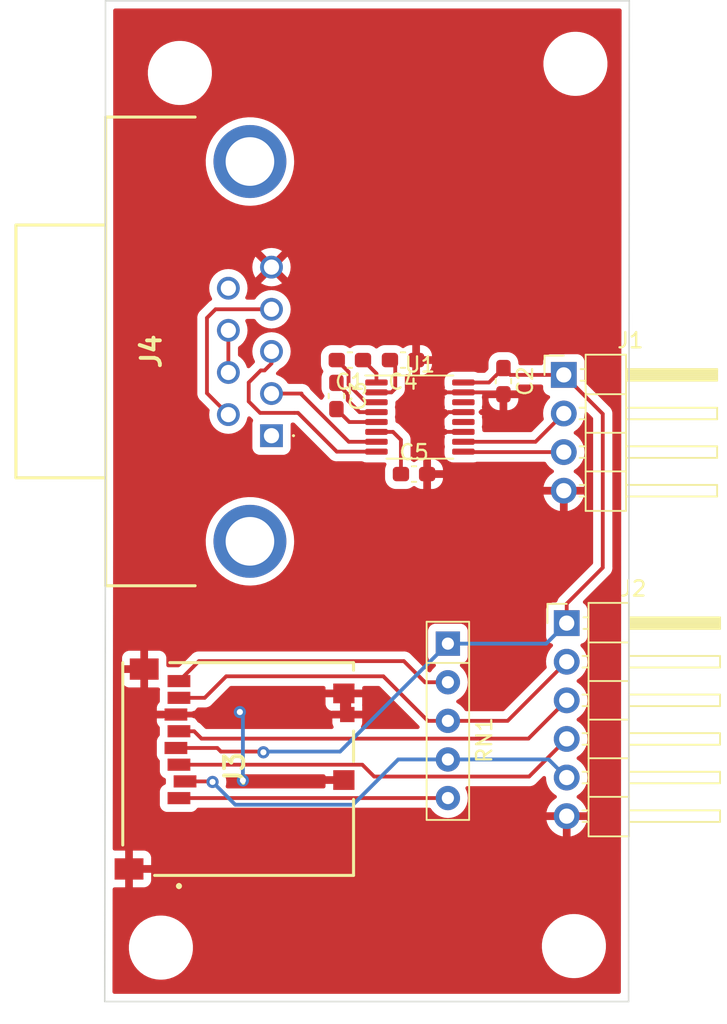
<source format=kicad_pcb>
(kicad_pcb (version 20211014) (generator pcbnew)
  (layers (0 "F.Cu" signal) (31 "B.Cu" signal) (34 "B.Paste" user) (35 "F.Paste" user) (36 "B.SilkS" user "B.Silkscreen") (37 "F.SilkS" user "F.Silkscreen") (38 "B.Mask" user) (39 "F.Mask" user) (44 "Edge.Cuts" user))
  (net 0 "")
  (net 1 "Net-(C1-Pad1)")
  (net 2 "Net-(C1-Pad2)")
  (net 3 "+3.3V")
  (net 4 "GND")
  (net 5 "Net-(C3-Pad1)")
  (net 6 "Net-(C3-Pad2)")
  (net 7 "Net-(C4-Pad2)")
  (net 8 "Net-(C5-Pad1)")
  (net 9 "TXD")
  (net 10 "RXD")
  (net 11 "SPI_MOSI")
  (net 12 "SPI_MISO")
  (net 13 "SPI_CLK")
  (net 14 "SD_CS")
  (net 15 "Net-(J3-PadP8)")
  (net 17 "Net-(J4-Pad2)")
  (net 18 "Net-(J4-Pad3)")
  (net 19 "Net-(J4-Pad4)")
  (net 20 "Net-(J4-Pad7)")
  (net 24 "Net-(RN1-Pad5)")
  (footprint "MountingHole:MountingHole_3.2mm_M3" (layer "F.Cu") (at 124.65 93)
    (fp_text reference "REF**" hide)
    (fp_text value "MountingHole_3.2mm_M3")
    (pad "" np_thru_hole circle (at 0 0) (size 3.2 3.2) (drill 3.2) (layers *.Cu *.Mask))
  )
  (footprint "Resistor_THT:R_Array_SIP5" (layer "F.Cu") (at 143.55 73 -90)
    (fp_text reference "RN1" (at 6.35 -2.4 90) (layer "F.SilkS"))
    (fp_text value "R_Network04")
    (fp_line (start -1.44 -1.4) (end -1.44 1.4) (layer "F.SilkS") (width 0.12))
    (fp_line (start 1.27 -1.4) (end 1.27 1.4) (layer "F.SilkS") (width 0.12))
    (fp_line (start 11.6 -1.4) (end -1.44 -1.4) (layer "F.SilkS") (width 0.12))
    (fp_line (start 11.6 1.4) (end 11.6 -1.4) (layer "F.SilkS") (width 0.12))
    (fp_line (start -1.44 1.4) (end 11.6 1.4) (layer "F.SilkS") (width 0.12))
    (pad "1" thru_hole rect (at 0 0 270) (size 1.6 1.6) (drill 0.8) (layers *.Cu *.Mask) (net 3 "+3.3V"))
    (pad "2" thru_hole oval (at 2.54 0 270) (size 1.6 1.6) (drill 0.8) (layers *.Cu *.Mask) (net 15 "Net-(J3-PadP8)"))
    (pad "3" thru_hole oval (at 5.08 0 270) (size 1.6 1.6) (drill 0.8) (layers *.Cu *.Mask) (net 12 "SPI_MISO"))
    (pad "4" thru_hole oval (at 7.62 0 270) (size 1.6 1.6) (drill 0.8) (layers *.Cu *.Mask) (net 14 "SD_CS"))
    (pad "5" thru_hole oval (at 10.16 0 270) (size 1.6 1.6) (drill 0.8) (layers *.Cu *.Mask) (net 24 "Net-(RN1-Pad5)"))
  )
  (footprint "G17C0900132EU:G17C0900132EU" (layer "F.Cu") (at 131.933 59.317 -90)
    (fp_text reference "J4" (at -5.545 7.925 90) (layer "F.SilkS") (effects (font (size 1.27 1.27) (thickness 0.254))))
    (fp_text value "DB9_Female" hide)
    (fp_line (start 2.772 10.92) (end 2.772 16.83) (layer "F.SilkS") (width 0.2))
    (fp_line (start 9.875 10.92) (end 9.875 5.03) (layer "F.SilkS") (width 0.2))
    (fp_line (start 0 -1.5) (end 0 -1.5) (layer "F.SilkS") (width 0.1))
    (fp_line (start -20.965 10.92) (end 9.875 10.92) (layer "F.SilkS") (width 0.2))
    (fp_line (start 0 -1.4) (end 0 -1.4) (layer "F.SilkS") (width 0.1))
    (fp_line (start 2.772 16.83) (end -13.862 16.83) (layer "F.SilkS") (width 0.2))
    (fp_line (start -20.965 5.03) (end -20.965 10.92) (layer "F.SilkS") (width 0.2))
    (fp_line (start -13.862 16.83) (end -13.862 10.93) (layer "F.SilkS") (width 0.2))
    (fp_arc (start 0 -1.4) (mid -0.05 -1.45) (end 0 -1.5) (layer "F.SilkS") (width 0.1))
    (fp_arc (start 0 -1.5) (mid 0.05 -1.45) (end 0 -1.4) (layer "F.SilkS") (width 0.1))
    (pad "1" thru_hole rect (at 0 0 270) (size 1.5 1.5) (drill 1) (layers *.Cu *.Mask))
    (pad "2" thru_hole circle (at -2.772 0 270) (size 1.5 1.5) (drill 1) (layers *.Cu *.Mask) (net 17 "Net-(J4-Pad2)"))
    (pad "3" thru_hole circle (at -5.545 0 270) (size 1.5 1.5) (drill 1) (layers *.Cu *.Mask) (net 18 "Net-(J4-Pad3)"))
    (pad "4" thru_hole circle (at -8.317 0 270) (size 1.5 1.5) (drill 1) (layers *.Cu *.Mask) (net 19 "Net-(J4-Pad4)"))
    (pad "5" thru_hole circle (at -11.09 0 270) (size 1.5 1.5) (drill 1) (layers *.Cu *.Mask) (net 4 "GND"))
    (pad "6" thru_hole circle (at -1.386 2.84 270) (size 1.5 1.5) (drill 1) (layers *.Cu *.Mask) (net 19 "Net-(J4-Pad4)"))
    (pad "7" thru_hole circle (at -4.159 2.84 270) (size 1.5 1.5) (drill 1) (layers *.Cu *.Mask) (net 20 "Net-(J4-Pad7)"))
    (pad "8" thru_hole circle (at -6.931 2.84 270) (size 1.5 1.5) (drill 1) (layers *.Cu *.Mask) (net 20 "Net-(J4-Pad7)"))
    (pad "9" thru_hole circle (at -9.704 2.84 270) (size 1.5 1.5) (drill 1) (layers *.Cu *.Mask))
    (pad "MH1" thru_hole circle (at 6.95 1.42 270) (size 4.8 4.8) (drill 3.2) (layers *.Cu *.Mask))
    (pad "MH2" thru_hole circle (at -18.04 1.42 270) (size 4.8 4.8) (drill 3.2) (layers *.Cu *.Mask))
  )
  (footprint "Connector_PinHeader_2.54mm:PinHeader_1x06_P2.54mm_Horizontal" (layer "F.Cu") (at 151.375 71.65)
    (fp_text reference "J2" (at 4.385 -2.27) (layer "F.SilkS"))
    (fp_text value "IO_SD")
    (fp_line (start 4.1 12.32) (end 10.1 12.32) (layer "F.SilkS") (width 0.12))
    (fp_line (start 10.1 7.24) (end 10.1 8) (layer "F.SilkS") (width 0.12))
    (fp_line (start 10.1 8) (end 4.1 8) (layer "F.SilkS") (width 0.12))
    (fp_line (start 1.44 14.03) (end 4.1 14.03) (layer "F.SilkS") (width 0.12))
    (fp_line (start 1.042929 5.46) (end 1.44 5.46) (layer "F.SilkS") (width 0.12))
    (fp_line (start 4.1 0.04) (end 10.1 0.04) (layer "F.SilkS") (width 0.12))
    (fp_line (start 4.1 4.7) (end 10.1 4.7) (layer "F.SilkS") (width 0.12))
    (fp_line (start 1.042929 8) (end 1.44 8) (layer "F.SilkS") (width 0.12))
    (fp_line (start 4.1 -0.38) (end 10.1 -0.38) (layer "F.SilkS") (width 0.12))
    (fp_line (start 4.1 -1.33) (end 1.44 -1.33) (layer "F.SilkS") (width 0.12))
    (fp_line (start 1.44 3.81) (end 4.1 3.81) (layer "F.SilkS") (width 0.12))
    (fp_line (start 1.44 1.27) (end 4.1 1.27) (layer "F.SilkS") (width 0.12))
    (fp_line (start 1.042929 9.78) (end 1.44 9.78) (layer "F.SilkS") (width 0.12))
    (fp_line (start 10.1 10.54) (end 4.1 10.54) (layer "F.SilkS") (width 0.12))
    (fp_line (start 4.1 14.03) (end 4.1 -1.33) (layer "F.SilkS") (width 0.12))
    (fp_line (start -1.27 0) (end -1.27 -1.27) (layer "F.SilkS") (width 0.12))
    (fp_line (start -1.27 -1.27) (end 0 -1.27) (layer "F.SilkS") (width 0.12))
    (fp_line (start 10.1 -0.38) (end 10.1 0.38) (layer "F.SilkS") (width 0.12))
    (fp_line (start 4.1 0.28) (end 10.1 0.28) (layer "F.SilkS") (width 0.12))
    (fp_line (start 1.44 -1.33) (end 1.44 14.03) (layer "F.SilkS") (width 0.12))
    (fp_line (start 1.042929 2.16) (end 1.44 2.16) (layer "F.SilkS") (width 0.12))
    (fp_line (start 10.1 0.38) (end 4.1 0.38) (layer "F.SilkS") (width 0.12))
    (fp_line (start 10.1 4.7) (end 10.1 5.46) (layer "F.SilkS") (width 0.12))
    (fp_line (start 10.1 9.78) (end 10.1 10.54) (layer "F.SilkS") (width 0.12))
    (fp_line (start 1.11 -0.38) (end 1.44 -0.38) (layer "F.SilkS") (width 0.12))
    (fp_line (start 4.1 -0.2) (end 10.1 -0.2) (layer "F.SilkS") (width 0.12))
    (fp_line (start 10.1 5.46) (end 4.1 5.46) (layer "F.SilkS") (width 0.12))
    (fp_line (start 4.1 -0.32) (end 10.1 -0.32) (layer "F.SilkS") (width 0.12))
    (fp_line (start 1.44 8.89) (end 4.1 8.89) (layer "F.SilkS") (width 0.12))
    (fp_line (start 1.042929 2.92) (end 1.44 2.92) (layer "F.SilkS") (width 0.12))
    (fp_line (start 1.44 6.35) (end 4.1 6.35) (layer "F.SilkS") (width 0.12))
    (fp_line (start 4.1 7.24) (end 10.1 7.24) (layer "F.SilkS") (width 0.12))
    (fp_line (start 10.1 13.08) (end 4.1 13.08) (layer "F.SilkS") (width 0.12))
    (fp_line (start 1.11 0.38) (end 1.44 0.38) (layer "F.SilkS") (width 0.12))
    (fp_line (start 1.44 11.43) (end 4.1 11.43) (layer "F.SilkS") (width 0.12))
    (fp_line (start 10.1 2.16) (end 10.1 2.92) (layer "F.SilkS") (width 0.12))
    (fp_line (start 1.042929 12.32) (end 1.44 12.32) (layer "F.SilkS") (width 0.12))
    (fp_line (start 4.1 9.78) (end 10.1 9.78) (layer "F.SilkS") (width 0.12))
    (fp_line (start 1.042929 7.24) (end 1.44 7.24) (layer "F.SilkS") (width 0.12))
    (fp_line (start 1.042929 10.54) (end 1.44 10.54) (layer "F.SilkS") (width 0.12))
    (fp_line (start 4.1 0.16) (end 10.1 0.16) (layer "F.SilkS") (width 0.12))
    (fp_line (start 10.1 12.32) (end 10.1 13.08) (layer "F.SilkS") (width 0.12))
    (fp_line (start 1.042929 13.08) (end 1.44 13.08) (layer "F.SilkS") (width 0.12))
    (fp_line (start 4.1 2.16) (end 10.1 2.16) (layer "F.SilkS") (width 0.12))
    (fp_line (start 1.042929 4.7) (end 1.44 4.7) (layer "F.SilkS") (width 0.12))
    (fp_line (start 10.1 2.92) (end 4.1 2.92) (layer "F.SilkS") (width 0.12))
    (fp_line (start 4.1 -0.08) (end 10.1 -0.08) (layer "F.SilkS") (width 0.12))
    (pad "1" thru_hole rect (at 0 0) (size 1.7 1.7) (drill 1) (layers *.Cu *.Mask) (net 3 "+3.3V"))
    (pad "2" thru_hole oval (at 0 2.54) (size 1.7 1.7) (drill 1) (layers *.Cu *.Mask) (net 12 "SPI_MISO"))
    (pad "3" thru_hole oval (at 0 5.08) (size 1.7 1.7) (drill 1) (layers *.Cu *.Mask) (net 13 "SPI_CLK"))
    (pad "4" thru_hole oval (at 0 7.62) (size 1.7 1.7) (drill 1) (layers *.Cu *.Mask) (net 11 "SPI_MOSI"))
    (pad "5" thru_hole oval (at 0 10.16) (size 1.7 1.7) (drill 1) (layers *.Cu *.Mask) (net 14 "SD_CS"))
    (pad "6" thru_hole oval (at 0 12.7) (size 1.7 1.7) (drill 1) (layers *.Cu *.Mask) (net 4 "GND"))
  )
  (footprint "MountingHole:MountingHole_3.2mm_M3" (layer "F.Cu") (at 151.85 92.9)
    (fp_text reference "REF**" hide)
    (fp_text value "MountingHole_3.2mm_M3")
    (pad "" np_thru_hole circle (at 0 0) (size 3.2 3.2) (drill 3.2) (layers *.Cu *.Mask))
  )
  (footprint "MountingHole:MountingHole_3.2mm_M3" (layer "F.Cu") (at 151.95 34.85)
    (fp_text reference "REF**" hide)
    (fp_text value "MountingHole_3.2mm_M3")
    (pad "" np_thru_hole circle (at 0 0) (size 3.2 3.2) (drill 3.2) (layers *.Cu *.Mask))
  )
  (footprint "Capacitor_SMD:C_0603_1608Metric_Pad1.08x0.95mm_HandSolder" (layer "F.Cu") (at 147.208 55.7295 -90)
    (fp_text reference "C2" (at 0 -1.43 90) (layer "F.SilkS"))
    (fp_text value "100n")
    (fp_line (start -0.146267 -0.51) (end 0.146267 -0.51) (layer "F.SilkS") (width 0.12))
    (fp_line (start -0.146267 0.51) (end 0.146267 0.51) (layer "F.SilkS") (width 0.12))
    (pad "1" smd roundrect (at -0.8625 0 270) (size 1.075 0.95) (layers "F.Cu" "F.Paste" "F.Mask") (net 3 "+3.3V"))
    (pad "2" smd roundrect (at 0.8625 0 270) (size 1.075 0.95) (layers "F.Cu" "F.Paste" "F.Mask") (net 4 "GND"))
  )
  (footprint "Capacitor_SMD:C_0603_1608Metric_Pad1.08x0.95mm_HandSolder" (layer "F.Cu") (at 137.0955 54.342 180)
    (fp_text reference "C1" (at 0 -1.43) (layer "F.SilkS"))
    (fp_text value "0.1u")
    (fp_line (start -0.146267 -0.51) (end 0.146267 -0.51) (layer "F.SilkS") (width 0.12))
    (fp_line (start -0.146267 0.51) (end 0.146267 0.51) (layer "F.SilkS") (width 0.12))
    (pad "1" smd roundrect (at -0.8625 0 180) (size 1.075 0.95) (layers "F.Cu" "F.Paste" "F.Mask") (net 1 "Net-(C1-Pad1)"))
    (pad "2" smd roundrect (at 0.8625 0 180) (size 1.075 0.95) (layers "F.Cu" "F.Paste" "F.Mask") (net 2 "Net-(C1-Pad2)"))
  )
  (footprint "Capacitor_SMD:C_0603_1608Metric_Pad1.08x0.95mm_HandSolder" (layer "F.Cu") (at 141.3205 61.842)
    (fp_text reference "C5" (at 0 -1.43) (layer "F.SilkS"))
    (fp_text value "0.1u")
    (fp_line (start -0.146267 -0.51) (end 0.146267 -0.51) (layer "F.SilkS") (width 0.12))
    (fp_line (start -0.146267 0.51) (end 0.146267 0.51) (layer "F.SilkS") (width 0.12))
    (pad "1" smd roundrect (at -0.8625 0) (size 1.075 0.95) (layers "F.Cu" "F.Paste" "F.Mask") (net 8 "Net-(C5-Pad1)"))
    (pad "2" smd roundrect (at 0.8625 0) (size 1.075 0.95) (layers "F.Cu" "F.Paste" "F.Mask") (net 4 "GND"))
  )
  (footprint "Capacitor_SMD:C_0603_1608Metric_Pad1.08x0.95mm_HandSolder" (layer "F.Cu") (at 136.208 56.7045 -90)
    (fp_text reference "C3" (at 0 -1.43 90) (layer "F.SilkS"))
    (fp_text value "0.1u")
    (fp_line (start -0.146267 0.51) (end 0.146267 0.51) (layer "F.SilkS") (width 0.12))
    (fp_line (start -0.146267 -0.51) (end 0.146267 -0.51) (layer "F.SilkS") (width 0.12))
    (pad "1" smd roundrect (at -0.8625 0 270) (size 1.075 0.95) (layers "F.Cu" "F.Paste" "F.Mask") (net 5 "Net-(C3-Pad1)"))
    (pad "2" smd roundrect (at 0.8625 0 270) (size 1.075 0.95) (layers "F.Cu" "F.Paste" "F.Mask") (net 6 "Net-(C3-Pad2)"))
  )
  (footprint "Package_SO:TSSOP-16_4.4x5mm_P0.65mm" (layer "F.Cu") (at 141.708 58.092)
    (fp_text reference "U1" (at 0 -3.45) (layer "F.SilkS"))
    (fp_text value "MAX3232")
    (fp_line (start 0 -2.735) (end -3.6 -2.735) (layer "F.SilkS") (width 0.12))
    (fp_line (start 0 -2.735) (end 2.2 -2.735) (layer "F.SilkS") (width 0.12))
    (fp_line (start 0 2.735) (end 2.2 2.735) (layer "F.SilkS") (width 0.12))
    (fp_line (start 0 2.735) (end -2.2 2.735) (layer "F.SilkS") (width 0.12))
    (pad "1" smd roundrect (at -2.8625 -2.275) (size 1.475 0.4) (layers "F.Cu" "F.Paste" "F.Mask") (net 1 "Net-(C1-Pad1)"))
    (pad "2" smd roundrect (at -2.8625 -1.625) (size 1.475 0.4) (layers "F.Cu" "F.Paste" "F.Mask") (net 7 "Net-(C4-Pad2)"))
    (pad "3" smd roundrect (at -2.8625 -0.975) (size 1.475 0.4) (layers "F.Cu" "F.Paste" "F.Mask") (net 2 "Net-(C1-Pad2)"))
    (pad "4" smd roundrect (at -2.8625 -0.325) (size 1.475 0.4) (layers "F.Cu" "F.Paste" "F.Mask") (net 5 "Net-(C3-Pad1)"))
    (pad "5" smd roundrect (at -2.8625 0.325) (size 1.475 0.4) (layers "F.Cu" "F.Paste" "F.Mask") (net 6 "Net-(C3-Pad2)"))
    (pad "6" smd roundrect (at -2.8625 0.975) (size 1.475 0.4) (layers "F.Cu" "F.Paste" "F.Mask") (net 8 "Net-(C5-Pad1)"))
    (pad "7" smd roundrect (at -2.8625 1.625) (size 1.475 0.4) (layers "F.Cu" "F.Paste" "F.Mask") (net 17 "Net-(J4-Pad2)"))
    (pad "8" smd roundrect (at -2.8625 2.275) (size 1.475 0.4) (layers "F.Cu" "F.Paste" "F.Mask") (net 18 "Net-(J4-Pad3)"))
    (pad "9" smd roundrect (at 2.8625 2.275) (size 1.475 0.4) (layers "F.Cu" "F.Paste" "F.Mask") (net 10 "RXD"))
    (pad "10" smd roundrect (at 2.8625 1.625) (size 1.475 0.4) (layers "F.Cu" "F.Paste" "F.Mask") (net 9 "TXD"))
    (pad "11" smd roundrect (at 2.8625 0.975) (size 1.475 0.4) (layers "F.Cu" "F.Paste" "F.Mask") (net 4 "GND"))
    (pad "12" smd roundrect (at 2.8625 0.325) (size 1.475 0.4) (layers "F.Cu" "F.Paste" "F.Mask"))
    (pad "13" smd roundrect (at 2.8625 -0.325) (size 1.475 0.4) (layers "F.Cu" "F.Paste" "F.Mask") (net 4 "GND"))
    (pad "14" smd roundrect (at 2.8625 -0.975) (size 1.475 0.4) (layers "F.Cu" "F.Paste" "F.Mask"))
    (pad "15" smd roundrect (at 2.8625 -1.625) (size 1.475 0.4) (layers "F.Cu" "F.Paste" "F.Mask") (net 4 "GND"))
    (pad "16" smd roundrect (at 2.8625 -2.275) (size 1.475 0.4) (layers "F.Cu" "F.Paste" "F.Mask") (net 3 "+3.3V"))
  )
  (footprint "MountingHole:MountingHole_3.2mm_M3" (layer "F.Cu") (at 125.9 35.45)
    (fp_text reference "REF**" hide)
    (fp_text value "MountingHole_3.2mm_M3")
    (pad "" np_thru_hole circle (at 0 0) (size 3.2 3.2) (drill 3.2) (layers *.Cu *.Mask))
  )
  (footprint "MEM2051:MEM20510019500A" (layer "F.Cu") (at 129.5 81.25 -90)
    (fp_text reference "J3" (at 0 0 90) (layer "F.SilkS") (effects (font (size 1.27 1.27) (thickness 0.254))))
    (fp_text value "MEM2051-00-195-00-A" hide)
    (fp_line (start 7.6 3.661) (end 7.6 3.661) (layer "F.SilkS") (width 0.2))
    (fp_line (start -2.5 -7.837) (end -0.5 -7.837) (layer "F.SilkS") (width 0.2))
    (fp_line (start 7.8 3.661) (end 7.8 3.661) (layer "F.SilkS") (width 0.2))
    (fp_line (start -7 -7.837) (end -7 4.263) (layer "F.SilkS") (width 0.2))
    (fp_line (start -6.5 -7.837) (end -7 -7.837) (layer "F.SilkS") (width 0.2))
    (fp_line (start 7 5.263) (end 7 -7.837) (layer "F.SilkS") (width 0.2))
    (fp_line (start -7 7.362) (end 5 7.362) (layer "F.SilkS") (width 0.2))
    (fp_line (start 7 -7.837) (end 2 -7.837) (layer "F.SilkS") (width 0.2))
    (fp_arc (start 7.6 3.66) (mid 7.7005 3.5605) (end 7.8 3.661) (layer "F.SilkS") (width 0.2))
    (fp_arc (start 7.8 3.66) (mid 7.7005 3.7605) (end 7.6 3.661) (layer "F.SilkS") (width 0.2))
    (pad "MP1" smd rect (at -4.975 -7.199 270) (size 1.3 1.4) (layers "F.Cu" "F.Paste" "F.Mask") (net 4 "GND"))
    (pad "MP2" smd rect (at -3.585 -7.425) (size 0.95 1) (layers "F.Cu" "F.Paste" "F.Mask") (net 4 "GND"))
    (pad "MP3" smd rect (at 0.725 -7.199 270) (size 1.3 1.4) (layers "F.Cu" "F.Paste" "F.Mask") (net 4 "GND"))
    (pad "MP4" smd rect (at -6.575 5.95 270) (size 1.4 1.9) (layers "F.Cu" "F.Paste" "F.Mask") (net 4 "GND"))
    (pad "MP5" smd rect (at 6.575 6.95 270) (size 1.4 1.9) (layers "F.Cu" "F.Paste" "F.Mask") (net 4 "GND"))
    (pad "P1" smd rect (at 1.915 3.661 270) (size 0.8 1.5) (layers "F.Cu" "F.Paste" "F.Mask") (net 24 "Net-(RN1-Pad5)"))
    (pad "P2" smd rect (at 0.815 3.261 270) (size 0.8 1.5) (layers "F.Cu" "F.Paste" "F.Mask") (net 14 "SD_CS"))
    (pad "P3" smd rect (at -0.285 3.661 270) (size 0.8 1.5) (layers "F.Cu" "F.Paste" "F.Mask") (net 11 "SPI_MOSI"))
    (pad "P4" smd rect (at -1.385 3.861 270) (size 0.8 1.5) (layers "F.Cu" "F.Paste" "F.Mask") (net 3 "+3.3V"))
    (pad "P5" smd rect (at -2.485 3.661 270) (size 0.8 1.5) (layers "F.Cu" "F.Paste" "F.Mask") (net 13 "SPI_CLK"))
    (pad "P6" smd rect (at -3.585 3.861 270) (size 0.8 1.5) (layers "F.Cu" "F.Paste" "F.Mask") (net 4 "GND"))
    (pad "P7" smd rect (at -4.685 3.661 270) (size 0.8 1.5) (layers "F.Cu" "F.Paste" "F.Mask") (net 12 "SPI_MISO"))
    (pad "P8" smd rect (at -5.785 3.661 270) (size 0.8 1.5) (layers "F.Cu" "F.Paste" "F.Mask") (net 15 "Net-(J3-PadP8)"))
  )
  (footprint "Capacitor_SMD:C_0603_1608Metric_Pad1.08x0.95mm_HandSolder" (layer "F.Cu") (at 140.5955 54.342 180)
    (fp_text reference "C4" (at 0 -1.43) (layer "F.SilkS"))
    (fp_text value "0.1u")
    (fp_line (start -0.146267 0.51) (end 0.146267 0.51) (layer "F.SilkS") (width 0.12))
    (fp_line (start -0.146267 -0.51) (end 0.146267 -0.51) (layer "F.SilkS") (width 0.12))
    (pad "1" smd roundrect (at -0.8625 0 180) (size 1.075 0.95) (layers "F.Cu" "F.Paste" "F.Mask") (net 4 "GND"))
    (pad "2" smd roundrect (at 0.8625 0 180) (size 1.075 0.95) (layers "F.Cu" "F.Paste" "F.Mask") (net 7 "Net-(C4-Pad2)"))
  )
  (footprint "Connector_PinHeader_2.54mm:PinHeader_1x04_P2.54mm_Horizontal" (layer "F.Cu") (at 151.183 55.317)
    (fp_text reference "J1" (at 4.385 -2.27) (layer "F.SilkS"))
    (fp_text value "IO_UART")
    (fp_line (start 4.1 0.16) (end 10.1 0.16) (layer "F.SilkS") (width 0.12))
    (fp_line (start 4.1 -0.38) (end 10.1 -0.38) (layer "F.SilkS") (width 0.12))
    (fp_line (start 1.44 8.95) (end 4.1 8.95) (layer "F.SilkS") (width 0.12))
    (fp_line (start 10.1 5.46) (end 4.1 5.46) (layer "F.SilkS") (width 0.12))
    (fp_line (start 10.1 2.16) (end 10.1 2.92) (layer "F.SilkS") (width 0.12))
    (fp_line (start 4.1 0.28) (end 10.1 0.28) (layer "F.SilkS") (width 0.12))
    (fp_line (start 1.44 3.81) (end 4.1 3.81) (layer "F.SilkS") (width 0.12))
    (fp_line (start 1.042929 2.16) (end 1.44 2.16) (layer "F.SilkS") (width 0.12))
    (fp_line (start 4.1 0.04) (end 10.1 0.04) (layer "F.SilkS") (width 0.12))
    (fp_line (start 1.042929 5.46) (end 1.44 5.46) (layer "F.SilkS") (width 0.12))
    (fp_line (start -1.27 0) (end -1.27 -1.27) (layer "F.SilkS") (width 0.12))
    (fp_line (start 1.042929 7.24) (end 1.44 7.24) (layer "F.SilkS") (width 0.12))
    (fp_line (start 1.44 1.27) (end 4.1 1.27) (layer "F.SilkS") (width 0.12))
    (fp_line (start 4.1 -0.08) (end 10.1 -0.08) (layer "F.SilkS") (width 0.12))
    (fp_line (start 1.042929 2.92) (end 1.44 2.92) (layer "F.SilkS") (width 0.12))
    (fp_line (start 10.1 -0.38) (end 10.1 0.38) (layer "F.SilkS") (width 0.12))
    (fp_line (start 1.11 0.38) (end 1.44 0.38) (layer "F.SilkS") (width 0.12))
    (fp_line (start 1.11 -0.38) (end 1.44 -0.38) (layer "F.SilkS") (width 0.12))
    (fp_line (start 4.1 8.95) (end 4.1 -1.33) (layer "F.SilkS") (width 0.12))
    (fp_line (start 1.44 6.35) (end 4.1 6.35) (layer "F.SilkS") (width 0.12))
    (fp_line (start 4.1 -0.2) (end 10.1 -0.2) (layer "F.SilkS") (width 0.12))
    (fp_line (start 4.1 -1.33) (end 1.44 -1.33) (layer "F.SilkS") (width 0.12))
    (fp_line (start 4.1 7.24) (end 10.1 7.24) (layer "F.SilkS") (width 0.12))
    (fp_line (start 10.1 8) (end 4.1 8) (layer "F.SilkS") (width 0.12))
    (fp_line (start 10.1 2.92) (end 4.1 2.92) (layer "F.SilkS") (width 0.12))
    (fp_line (start 4.1 -0.32) (end 10.1 -0.32) (layer "F.SilkS") (width 0.12))
    (fp_line (start 1.44 -1.33) (end 1.44 8.95) (layer "F.SilkS") (width 0.12))
    (fp_line (start 1.042929 8) (end 1.44 8) (layer "F.SilkS") (width 0.12))
    (fp_line (start -1.27 -1.27) (end 0 -1.27) (layer "F.SilkS") (width 0.12))
    (fp_line (start 4.1 2.16) (end 10.1 2.16) (layer "F.SilkS") (width 0.12))
    (fp_line (start 1.042929 4.7) (end 1.44 4.7) (layer "F.SilkS") (width 0.12))
    (fp_line (start 10.1 0.38) (end 4.1 0.38) (layer "F.SilkS") (width 0.12))
    (fp_line (start 4.1 4.7) (end 10.1 4.7) (layer "F.SilkS") (width 0.12))
    (fp_line (start 10.1 7.24) (end 10.1 8) (layer "F.SilkS") (width 0.12))
    (fp_line (start 10.1 4.7) (end 10.1 5.46) (layer "F.SilkS") (width 0.12))
    (pad "1" thru_hole rect (at 0 0) (size 1.7 1.7) (drill 1) (layers *.Cu *.Mask) (net 3 "+3.3V"))
    (pad "2" thru_hole oval (at 0 2.54) (size 1.7 1.7) (drill 1) (layers *.Cu *.Mask) (net 9 "TXD"))
    (pad "3" thru_hole oval (at 0 5.08) (size 1.7 1.7) (drill 1) (layers *.Cu *.Mask) (net 10 "RXD"))
    (pad "4" thru_hole oval (at 0 7.62) (size 1.7 1.7) (drill 1) (layers *.Cu *.Mask) (net 4 "GND"))
  )
  (gr_line (start 155.5 30.7) (end 121 30.7) (layer "Edge.Cuts") (width 0.1))
  (gr_line (start 121 63.5) (end 120.95 96.55) (layer "Edge.Cuts") (width 0.1))
  (gr_line (start 120.95 96.55) (end 155.45 96.55) (layer "Edge.Cuts") (width 0.1))
  (gr_line (start 155.45 96.55) (end 155.5 30.7) (layer "Edge.Cuts") (width 0.1))
  (gr_line (start 121 30.7) (end 121 63.5) (layer "Edge.Cuts") (width 0.1))
  (segment (start 138.8455 55.2295) (end 137.958 54.342) (width 0.25) (layer "F.Cu") (net 1))
  (segment (start 138.8455 55.817) (end 138.8455 55.2295) (width 0.25) (layer "F.Cu") (net 1))
  (segment (start 138.156959 57.117) (end 137.008 55.968041) (width 0.25) (layer "F.Cu") (net 2))
  (segment (start 138.8455 57.117) (end 138.156959 57.117) (width 0.25) (layer "F.Cu") (net 2))
  (segment (start 137.008 55.968041) (end 137.008 55.117) (width 0.25) (layer "F.Cu") (net 2))
  (segment (start 137.008 55.117) (end 136.233 54.342) (width 0.25) (layer "F.Cu") (net 2))
  (segment (start 128.6 80.1) (end 131.35 80.1) (width 0.25) (layer "F.Cu") (net 3))
  (segment (start 151.375 70.375) (end 153.75 68) (width 0.25) (layer "F.Cu") (net 3))
  (segment (start 147.658 55.317) (end 147.208 54.867) (width 0.25) (layer "F.Cu") (net 3))
  (segment (start 151.375 71.65) (end 151.375 70.375) (width 0.25) (layer "F.Cu") (net 3))
  (segment (start 128.6 80.1) (end 128.365 79.865) (width 0.25) (layer "F.Cu") (net 3))
  (segment (start 153.75 68) (end 153.75 57.884) (width 0.25) (layer "F.Cu") (net 3))
  (segment (start 153.75 57.884) (end 151.183 55.317) (width 0.25) (layer "F.Cu") (net 3))
  (segment (start 147.208 54.867) (end 146.258 55.817) (width 0.25) (layer "F.Cu") (net 3))
  (segment (start 131.35 80.1) (end 131.4 80.15) (width 0.25) (layer "F.Cu") (net 3))
  (segment (start 128.365 79.865) (end 125.639 79.865) (width 0.25) (layer "F.Cu") (net 3))
  (segment (start 146.258 55.817) (end 144.5705 55.817) (width 0.25) (layer "F.Cu") (net 3))
  (segment (start 151.183 55.317) (end 147.658 55.317) (width 0.25) (layer "F.Cu") (net 3))
  (via (at 131.4 80.15) (size 0.8) (drill 0.4) (layers "F.Cu" "B.Cu") (net 3))
  (segment (start 143.55 73) (end 150.025 73) (width 0.25) (layer "B.Cu") (net 3))
  (segment (start 150.025 73) (end 151.375 71.65) (width 0.25) (layer "B.Cu") (net 3))
  (segment (start 143.55 73) (end 136.45 80.1) (width 0.25) (layer "B.Cu") (net 3))
  (segment (start 136.45 80.1) (end 131.45 80.1) (width 0.25) (layer "B.Cu") (net 3))
  (segment (start 131.45 80.1) (end 131.4 80.15) (width 0.25) (layer "B.Cu") (net 3))
  (segment (start 125.639 77.665) (end 129.685 77.665) (width 0.25) (layer "F.Cu") (net 4))
  (segment (start 144.5705 56.467) (end 142.833 56.467) (width 0.25) (layer "F.Cu") (net 4))
  (segment (start 142.617 59.067) (end 142.617 58.733) (width 0.25) (layer "F.Cu") (net 4))
  (segment (start 144.5705 56.467) (end 147.083 56.467) (width 0.25) (layer "F.Cu") (net 4))
  (segment (start 129.685 77.665) (end 129.85 77.5) (width 0.25) (layer "F.Cu") (net 4))
  (segment (start 147.083 56.467) (end 147.208 56.592) (width 0.25) (layer "F.Cu") (net 4))
  (segment (start 142.617 56.683) (end 142.617 58.733) (width 0.25) (layer "F.Cu") (net 4))
  (segment (start 144.5705 59.067) (end 142.617 59.067) (width 0.25) (layer "F.Cu") (net 4))
  (segment (start 143.583 57.767) (end 144.5705 57.767) (width 0.25) (layer "F.Cu") (net 4))
  (segment (start 142.617 58.733) (end 143.583 57.767) (width 0.25) (layer "F.Cu") (net 4))
  (segment (start 142.833 56.467) (end 142.617 56.683) (width 0.25) (layer "F.Cu") (net 4))
  (via (at 129.85 77.5) (size 0.8) (drill 0.4) (layers "F.Cu" "B.Cu") (net 4))
  (via (at 130.05 82) (size 0.8) (drill 0.4) (layers "F.Cu" "B.Cu") (net 4))
  (segment (start 130.05 77.7) (end 129.85 77.5) (width 0.25) (layer "B.Cu") (net 4))
  (segment (start 130.05 82) (end 130.05 77.7) (width 0.25) (layer "B.Cu") (net 4))
  (segment (start 136.958 56.592) (end 136.208 55.842) (width 0.25) (layer "F.Cu") (net 5))
  (segment (start 137.733 57.767) (end 136.958 56.992) (width 0.25) (layer "F.Cu") (net 5))
  (segment (start 138.8455 57.767) (end 137.733 57.767) (width 0.25) (layer "F.Cu") (net 5))
  (segment (start 136.958 56.992) (end 136.958 56.592) (width 0.25) (layer "F.Cu") (net 5))
  (segment (start 137.058 58.417) (end 136.208 57.567) (width 0.25) (layer "F.Cu") (net 6))
  (segment (start 138.8455 58.417) (end 137.058 58.417) (width 0.25) (layer "F.Cu") (net 6))
  (segment (start 138.8455 56.467) (end 139.833 56.467) (width 0.25) (layer "F.Cu") (net 7))
  (segment (start 140.083 56.217) (end 140.083 54.692) (width 0.25) (layer "F.Cu") (net 7))
  (segment (start 140.083 54.692) (end 139.733 54.342) (width 0.25) (layer "F.Cu") (net 7))
  (segment (start 139.833 56.467) (end 140.083 56.217) (width 0.25) (layer "F.Cu") (net 7))
  (segment (start 138.8455 59.067) (end 139.933 59.067) (width 0.25) (layer "F.Cu") (net 8))
  (segment (start 140.458 59.592) (end 140.458 61.842) (width 0.25) (layer "F.Cu") (net 8))
  (segment (start 139.933 59.067) (end 140.458 59.592) (width 0.25) (layer "F.Cu") (net 8))
  (segment (start 151.183 57.857) (end 149.323 59.717) (width 0.25) (layer "F.Cu") (net 9))
  (segment (start 149.323 59.717) (end 144.5705 59.717) (width 0.25) (layer "F.Cu") (net 9))
  (segment (start 151.183 60.397) (end 144.6005 60.397) (width 0.25) (layer "F.Cu") (net 10))
  (segment (start 144.6005 60.397) (end 144.5705 60.367) (width 0.25) (layer "F.Cu") (net 10))
  (segment (start 138.695 81.745) (end 137.915 80.965) (width 0.25) (layer "F.Cu") (net 11))
  (segment (start 137.915 80.965) (end 125.839 80.965) (width 0.25) (layer "F.Cu") (net 11))
  (segment (start 151.375 79.27) (end 148.9 81.745) (width 0.25) (layer "F.Cu") (net 11))
  (segment (start 148.9 81.745) (end 138.695 81.745) (width 0.25) (layer "F.Cu") (net 11))
  (segment (start 143.55 78.08) (end 142.23 78.08) (width 0.25) (layer "F.Cu") (net 12))
  (segment (start 142.23 78.08) (end 139.3 75.15) (width 0.25) (layer "F.Cu") (net 12))
  (segment (start 128.95 75.15) (end 127.535 76.565) (width 0.25) (layer "F.Cu") (net 12))
  (segment (start 127.535 76.565) (end 125.839 76.565) (width 0.25) (layer "F.Cu") (net 12))
  (segment (start 147.485 78.08) (end 151.375 74.19) (width 0.25) (layer "F.Cu") (net 12))
  (segment (start 139.3 75.15) (end 128.95 75.15) (width 0.25) (layer "F.Cu") (net 12))
  (segment (start 143.55 78.08) (end 147.485 78.08) (width 0.25) (layer "F.Cu") (net 12))
  (segment (start 151.375 76.73) (end 148.855 79.25) (width 0.25) (layer "F.Cu") (net 13))
  (segment (start 148.855 79.25) (end 127.324 79.25) (width 0.25) (layer "F.Cu") (net 13))
  (segment (start 126.839 78.765) (end 125.839 78.765) (width 0.25) (layer "F.Cu") (net 13))
  (segment (start 127.324 79.25) (end 126.839 78.765) (width 0.25) (layer "F.Cu") (net 13))
  (segment (start 126.239 82.065) (end 128.015 82.065) (width 0.25) (layer "F.Cu") (net 14))
  (segment (start 128.015 82.065) (end 128.05 82.1) (width 0.25) (layer "F.Cu") (net 14))
  (via (at 128.05 82.1) (size 0.8) (drill 0.4) (layers "F.Cu" "B.Cu") (net 14))
  (segment (start 140.28 80.62) (end 143.55 80.62) (width 0.25) (layer "B.Cu") (net 14))
  (segment (start 150.185 80.62) (end 151.375 81.81) (width 0.25) (layer "B.Cu") (net 14))
  (segment (start 137.3 83.6) (end 140.28 80.62) (width 0.25) (layer "B.Cu") (net 14))
  (segment (start 128.05 82.1) (end 129.55 83.6) (width 0.25) (layer "B.Cu") (net 14))
  (segment (start 129.55 83.6) (end 137.3 83.6) (width 0.25) (layer "B.Cu") (net 14))
  (segment (start 143.55 80.62) (end 150.185 80.62) (width 0.25) (layer "B.Cu") (net 14))
  (segment (start 142.04 75.54) (end 140.65 74.15) (width 0.25) (layer "F.Cu") (net 15))
  (segment (start 140.65 74.15) (end 127.154 74.15) (width 0.25) (layer "F.Cu") (net 15))
  (segment (start 143.55 75.54) (end 142.04 75.54) (width 0.25) (layer "F.Cu") (net 15))
  (segment (start 127.154 74.15) (end 125.839 75.465) (width 0.25) (layer "F.Cu") (net 15))
  (segment (start 137.025005 59.717) (end 138.8455 59.717) (width 0.25) (layer "F.Cu") (net 17))
  (segment (start 133.911 56.602995) (end 137.025005 59.717) (width 0.25) (layer "F.Cu") (net 17))
  (segment (start 131.933 56.545) (end 133.911 56.545) (width 0.25) (layer "F.Cu") (net 17))
  (segment (start 133.911 56.545) (end 133.911 56.602995) (width 0.25) (layer "F.Cu") (net 17))
  (segment (start 131.183 57.817) (end 130.433 57.067) (width 0.25) (layer "F.Cu") (net 18))
  (segment (start 131.47528 55.02472) (end 131.933 54.567) (width 0.25) (layer "F.Cu") (net 18))
  (segment (start 130.433 57.067) (end 130.433 55.817) (width 0.25) (layer "F.Cu") (net 18))
  (segment (start 133.433 57.817) (end 131.183 57.817) (width 0.25) (layer "F.Cu") (net 18))
  (segment (start 131.933 54.567) (end 131.933 53.772) (width 0.25) (layer "F.Cu") (net 18))
  (segment (start 133.683 57.817) (end 136.233 60.367) (width 0.25) (layer "F.Cu") (net 18))
  (segment (start 131.22528 55.02472) (end 131.47528 55.02472) (width 0.25) (layer "F.Cu") (net 18))
  (segment (start 138.8455 60.367) (end 136.233 60.367) (width 0.25) (layer "F.Cu") (net 18))
  (segment (start 133.433 57.817) (end 133.683 57.817) (width 0.25) (layer "F.Cu") (net 18))
  (segment (start 130.433 55.817) (end 131.22528 55.02472) (width 0.25) (layer "F.Cu") (net 18))
  (segment (start 127.683 51.567) (end 128.25 51) (width 0.25) (layer "F.Cu") (net 19))
  (segment (start 127.683 56.521) (end 127.683 51.567) (width 0.25) (layer "F.Cu") (net 19))
  (segment (start 129.093 57.931) (end 127.683 56.521) (width 0.25) (layer "F.Cu") (net 19))
  (segment (start 128.25 51) (end 131.933 51) (width 0.25) (layer "F.Cu") (net 19))
  (segment (start 129.093 55.158) (end 129.093 52.386) (width 0.25) (layer "F.Cu") (net 20))
  (segment (start 143.55 83.16) (end 125.844 83.16) (width 0.25) (layer "F.Cu") (net 24))
  (segment (start 125.844 83.16) (end 125.839 83.165) (width 0.25) (layer "F.Cu") (net 24))
  (zone (net 4) (net_name "GND") (layer "F.Cu") (connect_pads (clearance 0.508)) (min_thickness 0.254) (fill yes (thermal_gap 0.508) (thermal_bridge_width 0.508))
    (polygon (pts (xy 155.45 30.7) (xy 155.5 96.55) (xy 121 96.55) (xy 121 32.2) (xy 121 30.7)))
  )
)
</source>
